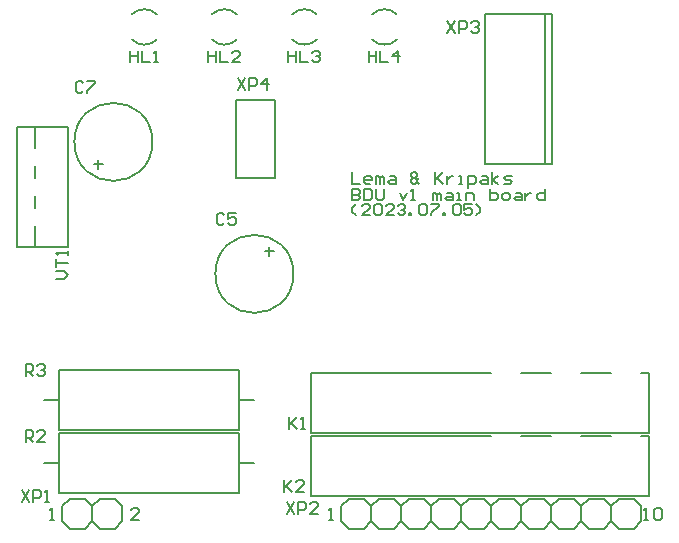
<source format=gto>
G04*
G04 #@! TF.GenerationSoftware,Altium Limited,Altium Designer,23.5.1 (21)*
G04*
G04 Layer_Color=65535*
%FSLAX44Y44*%
%MOMM*%
G71*
G04*
G04 #@! TF.SameCoordinates,1C69412E-B372-4F46-9B7E-F97621244732*
G04*
G04*
G04 #@! TF.FilePolarity,Positive*
G04*
G01*
G75*
%ADD10C,0.2000*%
D10*
X99393Y416893D02*
G03*
X120607Y416893I10607J10607D01*
G01*
Y438107D02*
G03*
X99393Y438107I-10607J-10607D01*
G01*
X188407D02*
G03*
X167193Y438107I-10607J-10607D01*
G01*
Y416893D02*
G03*
X188407Y416893I10607J10607D01*
G01*
X256207Y438107D02*
G03*
X234993Y438107I-10607J-10607D01*
G01*
Y416893D02*
G03*
X256207Y416893I10607J10607D01*
G01*
X324007Y438107D02*
G03*
X302793Y438107I-10607J-10607D01*
G01*
Y416893D02*
G03*
X324007Y416893I10607J10607D01*
G01*
X116840Y330200D02*
G03*
X116840Y330200I-33020J0D01*
G01*
X236220Y218440D02*
G03*
X236220Y218440I-33020J0D01*
G01*
X530860Y81280D02*
X537210D01*
X480060D02*
X505460D01*
X429260D02*
X454660D01*
X251460D02*
X403860D01*
X251460Y30480D02*
Y81280D01*
Y30480D02*
X537210D01*
Y81280D01*
X38100Y33020D02*
Y83820D01*
X190500D01*
X429260Y8890D02*
Y21590D01*
X435610Y27940D01*
X448310D01*
X429260Y8890D02*
X435610Y2540D01*
X511810D02*
X524510D01*
X505460Y8890D02*
X511810Y2540D01*
X454660Y8890D02*
X461010Y2540D01*
X473710D01*
X480060Y8890D01*
Y21590D01*
X473710Y27940D02*
X480060Y21590D01*
X461010Y27940D02*
X473710D01*
X454660Y21590D02*
X461010Y27940D01*
X454660Y15240D02*
Y21590D01*
Y8890D02*
Y15240D01*
X448310Y2540D02*
X454660Y8890D01*
X435610Y2540D02*
X448310D01*
X524510Y27940D02*
X530860Y21590D01*
Y8890D02*
Y21590D01*
X524510Y2540D02*
X530860Y8890D01*
X190500Y33020D02*
Y83820D01*
Y58420D02*
X203200D01*
X499110Y2540D02*
X505460Y8890D01*
X530860D02*
Y21590D01*
X486410Y27940D02*
X499110D01*
X480060Y8890D02*
Y21590D01*
X486410Y27940D01*
X480060Y8890D02*
X486410Y2540D01*
X499110Y27940D02*
X505460Y21590D01*
X38100Y33020D02*
X190500D01*
X505460Y15240D02*
Y21590D01*
X38100Y86360D02*
Y137160D01*
X190500Y86360D02*
Y137160D01*
X38100D02*
X190500D01*
X486410Y2540D02*
X499110D01*
X220980Y299720D02*
Y365760D01*
X25400Y111760D02*
X38100D01*
X66040Y15240D02*
Y21590D01*
X67310Y311150D02*
X74930D01*
X430000Y311500D02*
X455400D01*
X85090Y27940D02*
X91440Y21590D01*
X66040D02*
X72390Y27940D01*
X215900Y233680D02*
Y241300D01*
X46990Y2540D02*
X59690D01*
X46990Y27940D02*
X59690D01*
X38100Y86360D02*
X190500D01*
X59690Y2540D02*
X66040Y8890D01*
X398250Y311500D02*
Y438500D01*
X59690Y27940D02*
X66040Y21590D01*
X187960Y365760D02*
X220980D01*
X30480Y241300D02*
X45720D01*
X2540D02*
Y342900D01*
X212090Y237490D02*
X219710D01*
X85090Y2540D02*
X91440Y8890D01*
X398250Y311500D02*
X430000D01*
X91440Y8890D02*
Y21590D01*
X72390Y27940D02*
X85090D01*
X72390Y2540D02*
X85090D01*
X71120Y307340D02*
Y314960D01*
X398250Y438500D02*
X430000D01*
X2540Y241300D02*
X30480D01*
X45720D02*
Y342900D01*
X66040Y15240D02*
Y21590D01*
X40640D02*
X46990Y27940D01*
X455400Y311500D02*
Y438500D01*
X66040Y8890D02*
Y15240D01*
X449050Y311500D02*
Y438500D01*
X66040Y8890D02*
X72390Y2540D01*
X190500Y111760D02*
X203200D01*
X430000Y438500D02*
X455400D01*
X40640Y8890D02*
Y21590D01*
X187960Y299720D02*
Y365760D01*
X2540Y342900D02*
X30480D01*
X187960Y299720D02*
X220980D01*
X17780Y325120D02*
Y342900D01*
X40640Y8890D02*
X46990Y2540D01*
X505460Y21590D02*
X511810Y27940D01*
X505460Y8890D02*
Y15240D01*
X511810Y27940D02*
X524510D01*
X505460Y15240D02*
Y21590D01*
X276860Y8890D02*
X283210Y2540D01*
X327660Y8890D02*
Y21590D01*
X321310Y2540D02*
X327660Y8890D01*
X302260Y15240D02*
Y21590D01*
X308610Y27940D01*
X276860Y8890D02*
Y21590D01*
X283210Y27940D02*
X295910D01*
X308610Y2540D02*
X321310D01*
X295910Y27940D02*
X302260Y21590D01*
X454660Y15240D02*
Y21590D01*
X276860D02*
X283210Y27940D01*
X302260Y8890D02*
Y15240D01*
X295910Y2540D02*
X302260Y8890D01*
X321310Y27940D02*
X327660Y21590D01*
X308610Y27940D02*
X321310D01*
X283210Y2540D02*
X295910D01*
X448310Y27940D02*
X454660Y21590D01*
X302260Y15240D02*
Y21590D01*
X30480Y342900D02*
X45720D01*
X384810Y27940D02*
X397510D01*
X403860Y15240D02*
Y21590D01*
X17780Y274320D02*
Y284480D01*
X378460Y8890D02*
X384810Y2540D01*
X537210Y83820D02*
Y134620D01*
X251460D02*
X403860D01*
X480060D02*
X505460D01*
X17780Y241300D02*
Y259080D01*
X378460Y21590D02*
X384810Y27940D01*
X530860Y134620D02*
X537210D01*
X251460Y83820D02*
Y134620D01*
X378460Y8890D02*
Y21590D01*
X251460Y83820D02*
X537210D01*
X397510Y27940D02*
X403860Y21590D01*
X17780Y299720D02*
Y309880D01*
X422910Y2540D02*
X429260Y8890D01*
X384810Y2540D02*
X397510D01*
X429260Y134620D02*
X454660D01*
X397510Y2540D02*
X403860Y8890D01*
Y21590D02*
X410210Y27940D01*
X403860Y8890D02*
Y15240D01*
Y21590D01*
X410210Y27940D02*
X422910D01*
X410210Y2540D02*
X422910D01*
Y27940D02*
X429260Y21590D01*
Y8890D02*
Y21590D01*
X25400Y58420D02*
X38100D01*
X353060Y15240D02*
Y21590D01*
X359410Y27940D02*
X372110D01*
X353060Y8890D02*
X359410Y2540D01*
X302260Y8890D02*
X308610Y2540D01*
X327660Y8890D02*
Y21590D01*
X372110Y2540D02*
X378460Y8890D01*
X346710Y2540D02*
X353060Y8890D01*
Y15240D02*
Y21590D01*
Y8890D02*
Y15240D01*
X346710Y27940D02*
X353060Y21590D01*
X372110Y27940D02*
X378460Y21590D01*
X403860Y8890D02*
X410210Y2540D01*
X353060Y21590D02*
X359410Y27940D01*
X378460Y8890D02*
Y21590D01*
X327660D02*
X334010Y27940D01*
X359410Y2540D02*
X372110D01*
X334010D02*
X346710D01*
X327660Y8890D02*
X334010Y2540D01*
Y27940D02*
X346710D01*
X289432Y267920D02*
X286100Y271252D01*
Y274585D01*
X289432Y277917D01*
X301095Y267920D02*
X294431D01*
X301095Y274585D01*
Y276251D01*
X299429Y277917D01*
X296097D01*
X294431Y276251D01*
X304427D02*
X306094Y277917D01*
X309426D01*
X311092Y276251D01*
Y269586D01*
X309426Y267920D01*
X306094D01*
X304427Y269586D01*
Y276251D01*
X321089Y267920D02*
X314424D01*
X321089Y274585D01*
Y276251D01*
X319423Y277917D01*
X316090D01*
X314424Y276251D01*
X324421D02*
X326087Y277917D01*
X329419D01*
X331086Y276251D01*
Y274585D01*
X329419Y272918D01*
X327753D01*
X329419D01*
X331086Y271252D01*
Y269586D01*
X329419Y267920D01*
X326087D01*
X324421Y269586D01*
X334418Y267920D02*
Y269586D01*
X336084D01*
Y267920D01*
X334418D01*
X342748Y276251D02*
X344415Y277917D01*
X347747D01*
X349413Y276251D01*
Y269586D01*
X347747Y267920D01*
X344415D01*
X342748Y269586D01*
Y276251D01*
X352745Y277917D02*
X359410D01*
Y276251D01*
X352745Y269586D01*
Y267920D01*
X362742D02*
Y269586D01*
X364408D01*
Y267920D01*
X362742D01*
X371073Y276251D02*
X372739Y277917D01*
X376071D01*
X377737Y276251D01*
Y269586D01*
X376071Y267920D01*
X372739D01*
X371073Y269586D01*
Y276251D01*
X387734Y277917D02*
X381069D01*
Y272918D01*
X384402Y274585D01*
X386068D01*
X387734Y272918D01*
Y269586D01*
X386068Y267920D01*
X382735D01*
X381069Y269586D01*
X391066Y267920D02*
X394398Y271252D01*
Y274585D01*
X391066Y277917D01*
X286100Y290617D02*
Y280620D01*
X291098D01*
X292764Y282286D01*
Y283952D01*
X291098Y285618D01*
X286100D01*
X291098D01*
X292764Y287285D01*
Y288951D01*
X291098Y290617D01*
X286100D01*
X296097D02*
Y280620D01*
X301095D01*
X302761Y282286D01*
Y288951D01*
X301095Y290617D01*
X296097D01*
X306094D02*
Y282286D01*
X307760Y280620D01*
X311092D01*
X312758Y282286D01*
Y290617D01*
X326087Y287285D02*
X329419Y280620D01*
X332752Y287285D01*
X336084Y280620D02*
X339416D01*
X337750D01*
Y290617D01*
X336084Y288951D01*
X354411Y280620D02*
Y287285D01*
X356077D01*
X357744Y285618D01*
Y280620D01*
Y285618D01*
X359410Y287285D01*
X361076Y285618D01*
Y280620D01*
X366074Y287285D02*
X369407D01*
X371073Y285618D01*
Y280620D01*
X366074D01*
X364408Y282286D01*
X366074Y283952D01*
X371073D01*
X374405Y280620D02*
X377737D01*
X376071D01*
Y287285D01*
X374405D01*
X382735Y280620D02*
Y287285D01*
X387734D01*
X389400Y285618D01*
Y280620D01*
X402729Y290617D02*
Y280620D01*
X407728D01*
X409394Y282286D01*
Y283952D01*
Y285618D01*
X407728Y287285D01*
X402729D01*
X414392Y280620D02*
X417724D01*
X419390Y282286D01*
Y285618D01*
X417724Y287285D01*
X414392D01*
X412726Y285618D01*
Y282286D01*
X414392Y280620D01*
X424389Y287285D02*
X427721D01*
X429387Y285618D01*
Y280620D01*
X424389D01*
X422723Y282286D01*
X424389Y283952D01*
X429387D01*
X432719Y287285D02*
Y280620D01*
Y283952D01*
X434386Y285618D01*
X436052Y287285D01*
X437718D01*
X449381Y290617D02*
Y280620D01*
X444382D01*
X442716Y282286D01*
Y285618D01*
X444382Y287285D01*
X449381D01*
X286100Y304587D02*
Y294590D01*
X292764D01*
X301095D02*
X297763D01*
X296097Y296256D01*
Y299588D01*
X297763Y301255D01*
X301095D01*
X302761Y299588D01*
Y297922D01*
X296097D01*
X306094Y294590D02*
Y301255D01*
X307760D01*
X309426Y299588D01*
Y294590D01*
Y299588D01*
X311092Y301255D01*
X312758Y299588D01*
Y294590D01*
X317757Y301255D02*
X321089D01*
X322755Y299588D01*
Y294590D01*
X317757D01*
X316090Y296256D01*
X317757Y297922D01*
X322755D01*
X342748Y294590D02*
X341082Y296256D01*
X339416Y294590D01*
X337750D01*
X336084Y296256D01*
Y297922D01*
X337750Y299588D01*
X336084Y301255D01*
Y302921D01*
X337750Y304587D01*
X339416D01*
X341082Y302921D01*
Y301255D01*
X339416Y299588D01*
X341082Y297922D01*
Y296256D01*
X342748Y299588D02*
X341082Y297922D01*
X337750Y299588D02*
X339416D01*
X356077Y304587D02*
Y294590D01*
Y297922D01*
X362742Y304587D01*
X357744Y299588D01*
X362742Y294590D01*
X366074Y301255D02*
Y294590D01*
Y297922D01*
X367740Y299588D01*
X369407Y301255D01*
X371073D01*
X376071Y294590D02*
X379403D01*
X377737D01*
Y301255D01*
X376071D01*
X384402Y291258D02*
Y301255D01*
X389400D01*
X391066Y299588D01*
Y296256D01*
X389400Y294590D01*
X384402D01*
X396065Y301255D02*
X399397D01*
X401063Y299588D01*
Y294590D01*
X396065D01*
X394398Y296256D01*
X396065Y297922D01*
X401063D01*
X404395Y294590D02*
Y304587D01*
Y297922D02*
X409394Y301255D01*
X404395Y297922D02*
X409394Y294590D01*
X414392D02*
X419390D01*
X421057Y296256D01*
X419390Y297922D01*
X416058D01*
X414392Y299588D01*
X416058Y301255D01*
X421057D01*
X266700Y10160D02*
X270032D01*
X268366D01*
Y20157D01*
X266700Y18491D01*
X533400Y10160D02*
X536732D01*
X535066D01*
Y20157D01*
X533400Y18491D01*
X541731D02*
X543397Y20157D01*
X546729D01*
X548395Y18491D01*
Y11826D01*
X546729Y10160D01*
X543397D01*
X541731Y11826D01*
Y18491D01*
X105724Y10160D02*
X99060D01*
X105724Y16825D01*
Y18491D01*
X104058Y20157D01*
X100726D01*
X99060Y18491D01*
X30480Y10160D02*
X33812D01*
X32146D01*
Y20157D01*
X30480Y18491D01*
X228229Y43578D02*
Y33582D01*
Y36914D01*
X234894Y43578D01*
X229895Y38580D01*
X234894Y33582D01*
X244891D02*
X238226D01*
X244891Y40246D01*
Y41912D01*
X243225Y43578D01*
X239892D01*
X238226Y41912D01*
X188976Y383885D02*
X195641Y373888D01*
Y383885D02*
X188976Y373888D01*
X198973D02*
Y383885D01*
X203971D01*
X205637Y382219D01*
Y378886D01*
X203971Y377220D01*
X198973D01*
X213968Y373888D02*
Y383885D01*
X208970Y378886D01*
X215634D01*
X366671Y432498D02*
X373335Y422502D01*
Y432498D02*
X366671Y422502D01*
X376668D02*
Y432498D01*
X381666D01*
X383332Y430832D01*
Y427500D01*
X381666Y425834D01*
X376668D01*
X386665Y430832D02*
X388331Y432498D01*
X391663D01*
X393329Y430832D01*
Y429166D01*
X391663Y427500D01*
X389997D01*
X391663D01*
X393329Y425834D01*
Y424168D01*
X391663Y422502D01*
X388331D01*
X386665Y424168D01*
X230511Y25318D02*
X237176Y15322D01*
Y25318D02*
X230511Y15322D01*
X240508D02*
Y25318D01*
X245506D01*
X247172Y23652D01*
Y20320D01*
X245506Y18654D01*
X240508D01*
X257169Y15322D02*
X250504D01*
X257169Y21986D01*
Y23652D01*
X255503Y25318D01*
X252171D01*
X250504Y23652D01*
X6117Y35478D02*
X12782Y25482D01*
Y35478D02*
X6117Y25482D01*
X16114D02*
Y35478D01*
X21112D01*
X22778Y33812D01*
Y30480D01*
X21112Y28814D01*
X16114D01*
X26111Y25482D02*
X29443D01*
X27777D01*
Y35478D01*
X26111Y33812D01*
X35642Y214397D02*
X42306D01*
X45638Y217729D01*
X42306Y221062D01*
X35642D01*
Y224394D02*
Y231058D01*
Y227726D01*
X45638D01*
Y234391D02*
Y237723D01*
Y236057D01*
X35642D01*
X37308Y234391D01*
X9449Y132162D02*
Y142158D01*
X14448D01*
X16114Y140492D01*
Y137160D01*
X14448Y135494D01*
X9449D01*
X12782D02*
X16114Y132162D01*
X19446Y140492D02*
X21112Y142158D01*
X24444D01*
X26111Y140492D01*
Y138826D01*
X24444Y137160D01*
X22778D01*
X24444D01*
X26111Y135494D01*
Y133828D01*
X24444Y132162D01*
X21112D01*
X19446Y133828D01*
X9449Y76282D02*
Y86278D01*
X14448D01*
X16114Y84612D01*
Y81280D01*
X14448Y79614D01*
X9449D01*
X12782D02*
X16114Y76282D01*
X26111D02*
X19446D01*
X26111Y82946D01*
Y84612D01*
X24444Y86278D01*
X21112D01*
X19446Y84612D01*
X232395Y96918D02*
Y86922D01*
Y90254D01*
X239060Y96918D01*
X234062Y91920D01*
X239060Y86922D01*
X242392D02*
X245725D01*
X244058D01*
Y96918D01*
X242392Y95252D01*
X299871Y407498D02*
Y397502D01*
Y402500D01*
X306535D01*
Y407498D01*
Y397502D01*
X309868Y407498D02*
Y397502D01*
X316532D01*
X324863D02*
Y407498D01*
X319865Y402500D01*
X326529D01*
X232071Y407498D02*
Y397502D01*
Y402500D01*
X238735D01*
Y407498D01*
Y397502D01*
X242068Y407498D02*
Y397502D01*
X248732D01*
X252064Y405832D02*
X253731Y407498D01*
X257063D01*
X258729Y405832D01*
Y404166D01*
X257063Y402500D01*
X255397D01*
X257063D01*
X258729Y400834D01*
Y399168D01*
X257063Y397502D01*
X253731D01*
X252064Y399168D01*
X164271Y407498D02*
Y397502D01*
Y402500D01*
X170935D01*
Y407498D01*
Y397502D01*
X174268Y407498D02*
Y397502D01*
X180932D01*
X190929D02*
X184265D01*
X190929Y404166D01*
Y405832D01*
X189263Y407498D01*
X185931D01*
X184265Y405832D01*
X98137Y407498D02*
Y397502D01*
Y402500D01*
X104802D01*
Y407498D01*
Y397502D01*
X108134Y407498D02*
Y397502D01*
X114798D01*
X118131D02*
X121463D01*
X119797D01*
Y407498D01*
X118131Y405832D01*
X58481Y379679D02*
X56814Y381345D01*
X53482D01*
X51816Y379679D01*
Y373014D01*
X53482Y371348D01*
X56814D01*
X58481Y373014D01*
X61813Y381345D02*
X68477D01*
Y379679D01*
X61813Y373014D01*
Y371348D01*
X177861Y267919D02*
X176194Y269585D01*
X172862D01*
X171196Y267919D01*
Y261254D01*
X172862Y259588D01*
X176194D01*
X177861Y261254D01*
X187857Y269585D02*
X181193D01*
Y264586D01*
X184525Y266252D01*
X186191D01*
X187857Y264586D01*
Y261254D01*
X186191Y259588D01*
X182859D01*
X181193Y261254D01*
M02*

</source>
